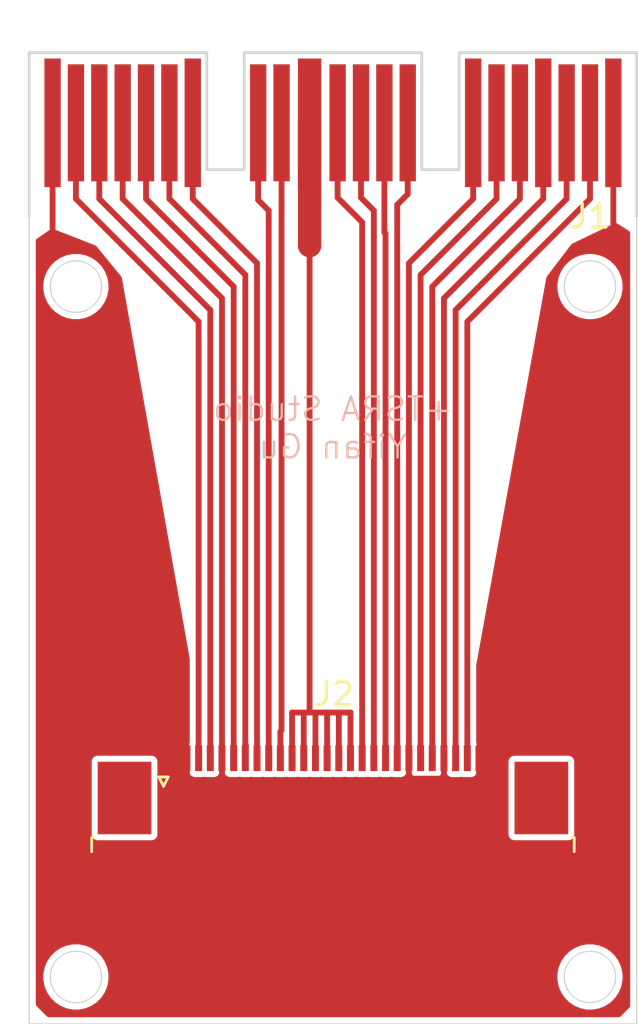
<source format=kicad_pcb>
(kicad_pcb (version 20171130) (host pcbnew "(5.1.9)-1")

  (general
    (thickness 1.6)
    (drawings 8)
    (tracks 115)
    (zones 0)
    (modules 2)
    (nets 18)
  )

  (page A4)
  (title_block
    (title "CFExpress - M.2 Adapter - CFExpress End")
    (date 2020-07-28)
    (rev 2)
  )

  (layers
    (0 F.Cu signal)
    (31 B.Cu signal)
    (32 B.Adhes user)
    (33 F.Adhes user)
    (34 B.Paste user)
    (35 F.Paste user)
    (36 B.SilkS user)
    (37 F.SilkS user)
    (38 B.Mask user)
    (39 F.Mask user)
    (40 Dwgs.User user)
    (41 Cmts.User user)
    (42 Eco1.User user)
    (43 Eco2.User user)
    (44 Edge.Cuts user)
    (45 Margin user)
    (46 B.CrtYd user)
    (47 F.CrtYd user)
    (48 B.Fab user)
    (49 F.Fab user)
  )

  (setup
    (last_trace_width 0.25)
    (user_trace_width 0.25)
    (user_trace_width 0.5)
    (user_trace_width 1)
    (trace_clearance 0.2)
    (zone_clearance 0.254)
    (zone_45_only no)
    (trace_min 0.2)
    (via_size 0.8)
    (via_drill 0.4)
    (via_min_size 0.45)
    (via_min_drill 0.254)
    (user_via 0.508 0.254)
    (user_via 0.8 0.4)
    (uvia_size 0.3)
    (uvia_drill 0.1)
    (uvias_allowed no)
    (uvia_min_size 0.2)
    (uvia_min_drill 0.1)
    (edge_width 0.05)
    (segment_width 0.2)
    (pcb_text_width 0.3)
    (pcb_text_size 1.5 1.5)
    (mod_edge_width 0.12)
    (mod_text_size 1 1)
    (mod_text_width 0.15)
    (pad_size 1.524 1.524)
    (pad_drill 0.762)
    (pad_to_mask_clearance 0.05)
    (aux_axis_origin 0 0)
    (visible_elements 7FFFFFFF)
    (pcbplotparams
      (layerselection 0x010fc_ffffffff)
      (usegerberextensions true)
      (usegerberattributes true)
      (usegerberadvancedattributes true)
      (creategerberjobfile false)
      (excludeedgelayer true)
      (linewidth 0.100000)
      (plotframeref false)
      (viasonmask false)
      (mode 1)
      (useauxorigin false)
      (hpglpennumber 1)
      (hpglpenspeed 20)
      (hpglpendiameter 15.000000)
      (psnegative false)
      (psa4output false)
      (plotreference true)
      (plotvalue true)
      (plotinvisibletext false)
      (padsonsilk false)
      (subtractmaskfromsilk false)
      (outputformat 1)
      (mirror false)
      (drillshape 0)
      (scaleselection 1)
      (outputdirectory "drill/"))
  )

  (net 0 "")
  (net 1 "Net-(J1-Pad19)")
  (net 2 "Net-(J1-Pad17)")
  (net 3 "Net-(J1-Pad16)")
  (net 4 "Net-(J1-Pad14)")
  (net 5 "Net-(J1-Pad13)")
  (net 6 "Net-(J1-Pad12)")
  (net 7 "Net-(J1-Pad11)")
  (net 8 "Net-(J1-Pad9)")
  (net 9 "Net-(J1-Pad8)")
  (net 10 "Net-(J1-Pad7)")
  (net 11 "Net-(J1-Pad6)")
  (net 12 "Net-(J1-Pad5)")
  (net 13 "Net-(J1-Pad3)")
  (net 14 "Net-(J1-Pad2)")
  (net 15 "Net-(J1-Pad20)")
  (net 16 GND)
  (net 17 +3V3)

  (net_class Default "This is the default net class."
    (clearance 0.2)
    (trace_width 0.25)
    (via_dia 0.8)
    (via_drill 0.4)
    (uvia_dia 0.3)
    (uvia_drill 0.1)
    (add_net +3V3)
    (add_net GND)
    (add_net "Net-(J1-Pad11)")
    (add_net "Net-(J1-Pad12)")
    (add_net "Net-(J1-Pad13)")
    (add_net "Net-(J1-Pad14)")
    (add_net "Net-(J1-Pad16)")
    (add_net "Net-(J1-Pad17)")
    (add_net "Net-(J1-Pad19)")
    (add_net "Net-(J1-Pad2)")
    (add_net "Net-(J1-Pad20)")
    (add_net "Net-(J1-Pad3)")
    (add_net "Net-(J1-Pad5)")
    (add_net "Net-(J1-Pad6)")
    (add_net "Net-(J1-Pad7)")
    (add_net "Net-(J1-Pad8)")
    (add_net "Net-(J1-Pad9)")
  )

  (module cfxnvme:CFExpress_Media (layer F.Cu) (tedit 5F247D15) (tstamp 5F1CC790)
    (at 49 48)
    (path /5F1D0AE9)
    (fp_text reference J1 (at 25 9) (layer F.SilkS)
      (effects (font (size 1 1) (thickness 0.15)))
    )
    (fp_text value CFExpress_Media (at 13.23 14.23) (layer F.Fab)
      (effects (font (size 1 1) (thickness 0.15)))
    )
    (fp_line (start 1 9) (end 1 2) (layer Edge.Cuts) (width 0.12))
    (fp_line (start 1 2) (end 8.6 2) (layer Edge.Cuts) (width 0.12))
    (fp_line (start 8.6 2) (end 8.6 7) (layer Edge.Cuts) (width 0.12))
    (fp_line (start 8.6 7) (end 10.2 7) (layer Edge.Cuts) (width 0.12))
    (fp_line (start 10.2 7) (end 10.2 2) (layer Edge.Cuts) (width 0.12))
    (fp_line (start 10.2 2) (end 17.8 2) (layer Edge.Cuts) (width 0.12))
    (fp_line (start 17.8 2) (end 17.8 7) (layer Edge.Cuts) (width 0.12))
    (fp_line (start 17.8 7) (end 19.4 7) (layer Edge.Cuts) (width 0.12))
    (fp_line (start 19.4 7) (end 19.4 2) (layer Edge.Cuts) (width 0.12))
    (fp_line (start 19.4 2) (end 27 2) (layer Edge.Cuts) (width 0.12))
    (fp_line (start 27 2) (end 27 9) (layer Edge.Cuts) (width 0.12))
    (pad 20 connect rect (at 25 5) (size 0.7 5) (layers F.Cu F.Mask)
      (net 15 "Net-(J1-Pad20)"))
    (pad 1 connect rect (at 2 5) (size 0.7 5.5) (layers F.Cu F.Mask)
      (net 16 GND))
    (pad 2 connect rect (at 3 5) (size 0.7 5) (layers F.Cu F.Mask)
      (net 14 "Net-(J1-Pad2)"))
    (pad 3 connect rect (at 4 5) (size 0.7 5) (layers F.Cu F.Mask)
      (net 13 "Net-(J1-Pad3)"))
    (pad 4 connect rect (at 5 5) (size 0.7 5) (layers F.Cu F.Mask)
      (net 16 GND))
    (pad 5 connect rect (at 6 5) (size 0.7 5) (layers F.Cu F.Mask)
      (net 12 "Net-(J1-Pad5)"))
    (pad 6 connect rect (at 7 5) (size 0.7 5) (layers F.Cu F.Mask)
      (net 11 "Net-(J1-Pad6)"))
    (pad 7 connect rect (at 8 5) (size 0.7 5.5) (layers F.Cu F.Mask)
      (net 10 "Net-(J1-Pad7)"))
    (pad 8 connect rect (at 10.8 5) (size 0.7 5) (layers F.Cu F.Mask)
      (net 9 "Net-(J1-Pad8)"))
    (pad 9 connect rect (at 11.8 5) (size 0.7 5) (layers F.Cu F.Mask)
      (net 8 "Net-(J1-Pad9)"))
    (pad 10 connect rect (at 13 5) (size 1 5.5) (layers F.Cu F.Mask)
      (net 17 +3V3))
    (pad 11 connect rect (at 14.2 5) (size 0.7 5) (layers F.Cu F.Mask)
      (net 7 "Net-(J1-Pad11)"))
    (pad 12 connect rect (at 15.2 5) (size 0.7 5) (layers F.Cu F.Mask)
      (net 6 "Net-(J1-Pad12)"))
    (pad 13 connect rect (at 16.2 5) (size 0.7 5) (layers F.Cu F.Mask)
      (net 5 "Net-(J1-Pad13)"))
    (pad 14 connect rect (at 17.2 5) (size 0.7 5) (layers F.Cu F.Mask)
      (net 4 "Net-(J1-Pad14)"))
    (pad 15 connect rect (at 20 5) (size 0.7 5.5) (layers F.Cu F.Mask)
      (net 16 GND))
    (pad 16 connect rect (at 21 5) (size 0.7 5) (layers F.Cu F.Mask)
      (net 3 "Net-(J1-Pad16)"))
    (pad 17 connect rect (at 22 5) (size 0.7 5) (layers F.Cu F.Mask)
      (net 2 "Net-(J1-Pad17)"))
    (pad 18 connect rect (at 23 5) (size 0.7 5.5) (layers F.Cu F.Mask)
      (net 16 GND))
    (pad 19 connect rect (at 24 5) (size 0.7 5) (layers F.Cu F.Mask)
      (net 1 "Net-(J1-Pad19)"))
    (pad 21 connect rect (at 26 5) (size 0.7 5.5) (layers F.Cu F.Mask)
      (net 16 GND))
  )

  (module Connector_FFC-FPC:TE_3-1734839-0_1x30-1MP_P0.5mm_Horizontal (layer F.Cu) (tedit 5DB5C65C) (tstamp 5F1CC7D1)
    (at 63 81.51)
    (descr "TE FPC connector, 30 top-side contacts, 0.5mm pitch, SMT, https://www.te.com/commerce/DocumentDelivery/DDEController?Action=showdoc&DocId=Customer+Drawing%7F1734839%7FC%7Fpdf%7FEnglish%7FENG_CD_1734839_C_C_1734839.pdf%7F4-1734839-0")
    (tags "te fpc 1734839")
    (path /5F21BE61)
    (attr smd)
    (fp_text reference J2 (at 0.0428 -4.0908) (layer F.SilkS)
      (effects (font (size 1 1) (thickness 0.15)))
    )
    (fp_text value Conn_01x30_Female (at 0 3.25) (layer Dwgs.User)
      (effects (font (size 0.5 0.5) (thickness 0.08)))
    )
    (fp_line (start -9.56 -0.65) (end 9.56 -0.65) (layer F.Fab) (width 0.1))
    (fp_line (start 9.56 -0.65) (end 9.56 2.15) (layer F.Fab) (width 0.1))
    (fp_line (start 9.56 2.15) (end 10.215 2.15) (layer F.Fab) (width 0.1))
    (fp_line (start 10.215 2.15) (end 10.215 3.75) (layer F.Fab) (width 0.1))
    (fp_line (start 10.215 3.75) (end -10.215 3.75) (layer F.Fab) (width 0.1))
    (fp_line (start -10.215 3.75) (end -10.215 2.15) (layer F.Fab) (width 0.1))
    (fp_line (start -10.215 2.15) (end -9.56 2.15) (layer F.Fab) (width 0.1))
    (fp_line (start -9.56 2.15) (end -9.56 -0.65) (layer F.Fab) (width 0.1))
    (fp_line (start -7.65 -0.65) (end -7.25 0.15) (layer F.Fab) (width 0.1))
    (fp_line (start -7.25 0.15) (end -6.85 -0.65) (layer F.Fab) (width 0.1))
    (fp_line (start -10.215 2.04) (end -10.325 2.04) (layer F.SilkS) (width 0.12))
    (fp_line (start -10.325 2.04) (end -10.325 2.64) (layer F.SilkS) (width 0.12))
    (fp_line (start 10.215 2.04) (end 10.325 2.04) (layer F.SilkS) (width 0.12))
    (fp_line (start 10.325 2.04) (end 10.325 2.64) (layer F.SilkS) (width 0.12))
    (fp_line (start -7.45 -0.55) (end -7.25 -0.15) (layer F.SilkS) (width 0.12))
    (fp_line (start -7.25 -0.15) (end -7.05 -0.55) (layer F.SilkS) (width 0.12))
    (fp_line (start -7.05 -0.55) (end -7.45 -0.55) (layer F.SilkS) (width 0.12))
    (fp_line (start 10.105 2.75) (end -10.105 2.75) (layer Dwgs.User) (width 0.1))
    (fp_line (start -10.72 -2.4) (end -10.72 4.25) (layer F.CrtYd) (width 0.05))
    (fp_line (start -10.72 4.25) (end 10.72 4.25) (layer F.CrtYd) (width 0.05))
    (fp_line (start 10.72 4.25) (end 10.72 -2.4) (layer F.CrtYd) (width 0.05))
    (fp_line (start 10.72 -2.4) (end -10.72 -2.4) (layer F.CrtYd) (width 0.05))
    (fp_text user %R (at 0 1.55) (layer F.Fab)
      (effects (font (size 1 1) (thickness 0.15)))
    )
    (pad MP smd rect (at 8.92 0.35) (size 2.3 3.1) (layers F.Cu F.Paste F.Mask))
    (pad MP smd rect (at -8.92 0.35) (size 2.3 3.1) (layers F.Cu F.Paste F.Mask))
    (pad 30 smd rect (at 7.25 -1.35) (size 0.3 1.1) (layers F.Cu F.Paste F.Mask)
      (net 16 GND))
    (pad 29 smd rect (at 6.75 -1.35) (size 0.3 1.1) (layers F.Cu F.Paste F.Mask)
      (net 16 GND))
    (pad 28 smd rect (at 6.25 -1.35) (size 0.3 1.1) (layers F.Cu F.Paste F.Mask)
      (net 16 GND))
    (pad 27 smd rect (at 5.75 -1.35) (size 0.3 1.1) (layers F.Cu F.Paste F.Mask)
      (net 15 "Net-(J1-Pad20)"))
    (pad 26 smd rect (at 5.25 -1.35) (size 0.3 1.1) (layers F.Cu F.Paste F.Mask)
      (net 1 "Net-(J1-Pad19)"))
    (pad 25 smd rect (at 4.75 -1.35) (size 0.3 1.1) (layers F.Cu F.Paste F.Mask)
      (net 16 GND))
    (pad 24 smd rect (at 4.25 -1.35) (size 0.3 1.1) (layers F.Cu F.Paste F.Mask)
      (net 2 "Net-(J1-Pad17)"))
    (pad 23 smd rect (at 3.75 -1.35) (size 0.3 1.1) (layers F.Cu F.Paste F.Mask)
      (net 3 "Net-(J1-Pad16)"))
    (pad 22 smd rect (at 3.25 -1.35) (size 0.3 1.1) (layers F.Cu F.Paste F.Mask)
      (net 16 GND))
    (pad 21 smd rect (at 2.75 -1.35) (size 0.3 1.1) (layers F.Cu F.Paste F.Mask)
      (net 4 "Net-(J1-Pad14)"))
    (pad 20 smd rect (at 2.25 -1.35) (size 0.3 1.1) (layers F.Cu F.Paste F.Mask)
      (net 5 "Net-(J1-Pad13)"))
    (pad 19 smd rect (at 1.75 -1.35) (size 0.3 1.1) (layers F.Cu F.Paste F.Mask)
      (net 6 "Net-(J1-Pad12)"))
    (pad 18 smd rect (at 1.25 -1.35) (size 0.3 1.1) (layers F.Cu F.Paste F.Mask)
      (net 7 "Net-(J1-Pad11)"))
    (pad 17 smd rect (at 0.75 -1.35) (size 0.3 1.1) (layers F.Cu F.Paste F.Mask)
      (net 17 +3V3))
    (pad 16 smd rect (at 0.25 -1.35) (size 0.3 1.1) (layers F.Cu F.Paste F.Mask)
      (net 17 +3V3))
    (pad 15 smd rect (at -0.25 -1.35) (size 0.3 1.1) (layers F.Cu F.Paste F.Mask)
      (net 17 +3V3))
    (pad 14 smd rect (at -0.75 -1.35) (size 0.3 1.1) (layers F.Cu F.Paste F.Mask)
      (net 17 +3V3))
    (pad 13 smd rect (at -1.25 -1.35) (size 0.3 1.1) (layers F.Cu F.Paste F.Mask)
      (net 17 +3V3))
    (pad 12 smd rect (at -1.75 -1.35) (size 0.3 1.1) (layers F.Cu F.Paste F.Mask)
      (net 17 +3V3))
    (pad 11 smd rect (at -2.25 -1.35) (size 0.3 1.1) (layers F.Cu F.Paste F.Mask)
      (net 8 "Net-(J1-Pad9)"))
    (pad 10 smd rect (at -2.75 -1.35) (size 0.3 1.1) (layers F.Cu F.Paste F.Mask)
      (net 9 "Net-(J1-Pad8)"))
    (pad 9 smd rect (at -3.25 -1.35) (size 0.3 1.1) (layers F.Cu F.Paste F.Mask)
      (net 10 "Net-(J1-Pad7)"))
    (pad 8 smd rect (at -3.75 -1.35) (size 0.3 1.1) (layers F.Cu F.Paste F.Mask)
      (net 11 "Net-(J1-Pad6)"))
    (pad 7 smd rect (at -4.25 -1.35) (size 0.3 1.1) (layers F.Cu F.Paste F.Mask)
      (net 12 "Net-(J1-Pad5)"))
    (pad 6 smd rect (at -4.75 -1.35) (size 0.3 1.1) (layers F.Cu F.Paste F.Mask)
      (net 16 GND))
    (pad 5 smd rect (at -5.25 -1.35) (size 0.3 1.1) (layers F.Cu F.Paste F.Mask)
      (net 13 "Net-(J1-Pad3)"))
    (pad 4 smd rect (at -5.75 -1.35) (size 0.3 1.1) (layers F.Cu F.Paste F.Mask)
      (net 14 "Net-(J1-Pad2)"))
    (pad 3 smd rect (at -6.25 -1.35) (size 0.3 1.1) (layers F.Cu F.Paste F.Mask)
      (net 16 GND))
    (pad 2 smd rect (at -6.75 -1.35) (size 0.3 1.1) (layers F.Cu F.Paste F.Mask)
      (net 16 GND))
    (pad 1 smd rect (at -7.25 -1.35) (size 0.3 1.1) (layers F.Cu F.Paste F.Mask)
      (net 16 GND))
    (model ${KISYS3DMOD}/Connector_FFC-FPC.3dshapes/TE_3-1734839-0_1x30-1MP_P0.5mm_Horizontal.wrl
      (at (xyz 0 0 0))
      (scale (xyz 1 1 1))
      (rotate (xyz 0 0 0))
    )
  )

  (gr_line (start 76 91.51) (end 50 91.51) (layer Edge.Cuts) (width 0.05) (tstamp 5FFA0CA0))
  (gr_line (start 50 91.51) (end 50 57) (layer Edge.Cuts) (width 0.05))
  (gr_line (start 76 91.51) (end 76 57) (layer Edge.Cuts) (width 0.05))
  (gr_circle (center 52 60) (end 53.1 60) (layer Edge.Cuts) (width 0.05))
  (gr_circle (center 74 89.51) (end 75.1 89.51) (layer Edge.Cuts) (width 0.05))
  (gr_circle (center 52 89.51) (end 53.1 89.51) (layer Edge.Cuts) (width 0.05))
  (gr_text "+TSRA Studio\nYifan Gu" (at 63 66.04) (layer B.SilkS)
    (effects (font (size 1 1) (thickness 0.1)) (justify mirror))
  )
  (gr_circle (center 74 60) (end 75.1 60) (layer Edge.Cuts) (width 0.05))

  (segment (start 73 56.25) (end 68.25 61) (width 0.25) (layer F.Cu) (net 1))
  (segment (start 73 53) (end 73 56.25) (width 0.25) (layer F.Cu) (net 1))
  (segment (start 68.25 61) (end 68.25 80.16) (width 0.25) (layer F.Cu) (net 1))
  (segment (start 67.25 79.95) (end 67.25 80.16) (width 0.25) (layer F.Cu) (net 2))
  (segment (start 71 56.25) (end 67.25 60) (width 0.25) (layer F.Cu) (net 2))
  (segment (start 71 53) (end 71 56.25) (width 0.25) (layer F.Cu) (net 2))
  (segment (start 67.25 80.16) (end 67.25 60) (width 0.25) (layer F.Cu) (net 2))
  (segment (start 70 53) (end 70 56.25) (width 0.25) (layer F.Cu) (net 3) (status 400000))
  (segment (start 70 56.25) (end 66.75 59.5) (width 0.25) (layer F.Cu) (net 3) (tstamp 5F1CCE90))
  (segment (start 66.75 79.3635) (end 66.75 80.16) (width 0.25) (layer F.Cu) (net 3))
  (segment (start 66.75 59.5) (end 66.75 79.3635) (width 0.25) (layer F.Cu) (net 3))
  (segment (start 65.75 79.72) (end 65.75 80.16) (width 0.25) (layer F.Cu) (net 4))
  (segment (start 66.2 56.05) (end 65.75 56.5) (width 0.25) (layer F.Cu) (net 4))
  (segment (start 66.2 53) (end 66.2 56.05) (width 0.25) (layer F.Cu) (net 4))
  (segment (start 65.75 80.16) (end 65.75 56.5) (width 0.25) (layer F.Cu) (net 4))
  (segment (start 65.25 79.53) (end 65.25 80.16) (width 0.25) (layer F.Cu) (net 5))
  (segment (start 65.25 57.73209) (end 65.25 80.16) (width 0.25) (layer F.Cu) (net 5))
  (segment (start 65.2 57.68209) (end 65.25 57.73209) (width 0.25) (layer F.Cu) (net 5))
  (segment (start 65.2 53) (end 65.2 57.68209) (width 0.25) (layer F.Cu) (net 5))
  (segment (start 64.2 56.2) (end 64.2 53) (width 0.25) (layer F.Cu) (net 6))
  (segment (start 64.75 56.75) (end 64.2 56.2) (width 0.25) (layer F.Cu) (net 6))
  (segment (start 64.75 57.8685) (end 64.75 80.16) (width 0.25) (layer F.Cu) (net 6))
  (segment (start 64.75 56.75) (end 64.75 57.8685) (width 0.25) (layer F.Cu) (net 6))
  (segment (start 63.2 56.2) (end 64.25 57.25) (width 0.25) (layer F.Cu) (net 7))
  (segment (start 64.25 79.195) (end 64.25 80.16) (width 0.25) (layer F.Cu) (net 7))
  (segment (start 63.2 53) (end 63.2 56.2) (width 0.25) (layer F.Cu) (net 7))
  (segment (start 64.25 57.25) (end 64.25 79.195) (width 0.25) (layer F.Cu) (net 7))
  (segment (start 60.75 79.8) (end 60.75 80.16) (width 0.25) (layer F.Cu) (net 8))
  (segment (start 60.75 79.011) (end 60.75 80.16) (width 0.25) (layer F.Cu) (net 8))
  (segment (start 60.8 78.961) (end 60.75 79.011) (width 0.25) (layer F.Cu) (net 8))
  (segment (start 60.8 56.548) (end 60.8 78.961) (width 0.25) (layer F.Cu) (net 8))
  (segment (start 60.8 53) (end 60.8 56.548) (width 0.25) (layer F.Cu) (net 8))
  (segment (start 60.8 56.548) (end 60.8 56.7) (width 0.25) (layer F.Cu) (net 8))
  (segment (start 60.25 79.195) (end 60.25 80.16) (width 0.25) (layer F.Cu) (net 9))
  (segment (start 59.8 56.3) (end 60.25 56.75) (width 0.25) (layer F.Cu) (net 9))
  (segment (start 59.8 53) (end 59.8 56.3) (width 0.25) (layer F.Cu) (net 9))
  (segment (start 60.25 78.7285) (end 60.25 80.16) (width 0.25) (layer F.Cu) (net 9))
  (segment (start 60.25 56.75) (end 60.25 78.7285) (width 0.25) (layer F.Cu) (net 9))
  (segment (start 57 53) (end 57 56.25) (width 0.25) (layer F.Cu) (net 10) (status 400000))
  (segment (start 57 56.25) (end 59.75 59) (width 0.25) (layer F.Cu) (net 10) (tstamp 5F1CCE4C))
  (segment (start 59.75 59.376) (end 59.75 80.16) (width 0.25) (layer F.Cu) (net 10))
  (segment (start 59.75 59) (end 59.75 59.376) (width 0.25) (layer F.Cu) (net 10))
  (segment (start 59.25 79.57) (end 59.274999 79.594999) (width 0.25) (layer F.Cu) (net 11))
  (segment (start 56 56.25) (end 59.25 59.5) (width 0.25) (layer F.Cu) (net 11))
  (segment (start 56 53) (end 56 56.25) (width 0.25) (layer F.Cu) (net 11))
  (segment (start 59.25 59.5) (end 59.25 80.16) (width 0.25) (layer F.Cu) (net 11))
  (segment (start 55 53) (end 55 56.25) (width 0.25) (layer F.Cu) (net 12) (status 400000))
  (segment (start 55 56.25) (end 58.75 60) (width 0.25) (layer F.Cu) (net 12) (tstamp 5F1CCE58))
  (segment (start 58.75 79.68) (end 58.725001 79.704999) (width 0.25) (layer F.Cu) (net 12))
  (segment (start 58.75 72.695) (end 58.75 80.16) (width 0.25) (layer F.Cu) (net 12))
  (segment (start 58.75 60) (end 58.75 72.695) (width 0.25) (layer F.Cu) (net 12))
  (segment (start 53 56.25) (end 57.75 61) (width 0.25) (layer F.Cu) (net 13))
  (segment (start 53 53) (end 53 56.25) (width 0.25) (layer F.Cu) (net 13))
  (segment (start 57.75 61.6935) (end 57.75 80.16) (width 0.25) (layer F.Cu) (net 13))
  (segment (start 57.75 61) (end 57.75 61.6935) (width 0.25) (layer F.Cu) (net 13))
  (segment (start 52 53) (end 52 56.25) (width 0.25) (layer F.Cu) (net 14) (status 400000))
  (segment (start 52 56.25) (end 57.25 61.5) (width 0.25) (layer F.Cu) (net 14) (tstamp 5F1CCE67))
  (segment (start 57.25 79.91) (end 57.225001 79.934999) (width 0.25) (layer F.Cu) (net 14))
  (segment (start 57.25 79.195) (end 57.25 80.16) (width 0.25) (layer F.Cu) (net 14))
  (segment (start 57.25 61.5) (end 57.25 79.195) (width 0.25) (layer F.Cu) (net 14))
  (segment (start 74 56.25) (end 74 53) (width 0.25) (layer F.Cu) (net 15))
  (segment (start 68.75 61.5) (end 74 56.25) (width 0.25) (layer F.Cu) (net 15))
  (segment (start 68.75 79.037) (end 68.75 80.16) (width 0.25) (layer F.Cu) (net 15))
  (segment (start 68.75 61.5) (end 68.75 79.037) (width 0.25) (layer F.Cu) (net 15))
  (segment (start 69 53) (end 69 56.25) (width 0.25) (layer F.Cu) (net 16) (status 400000))
  (segment (start 69 56.25) (end 66.25 59) (width 0.25) (layer F.Cu) (net 16) (tstamp 5F1CCE87))
  (segment (start 66.25 80.945002) (end 66.814998 81.51) (width 0.25) (layer F.Cu) (net 16))
  (segment (start 66.25 80.16) (end 66.25 80.945002) (width 0.25) (layer F.Cu) (net 16))
  (segment (start 67.75 80.945002) (end 67.75 80.16) (width 0.25) (layer F.Cu) (net 16))
  (segment (start 67.185002 81.51) (end 67.75 80.945002) (width 0.25) (layer F.Cu) (net 16))
  (segment (start 66.814998 81.51) (end 67.185002 81.51) (width 0.25) (layer F.Cu) (net 16))
  (segment (start 69.25 80.945002) (end 69.25 80.16) (width 0.25) (layer F.Cu) (net 16))
  (segment (start 68.685002 81.51) (end 69.25 80.945002) (width 0.25) (layer F.Cu) (net 16))
  (segment (start 58.25 80.16) (end 58.25 81.26) (width 0.25) (layer F.Cu) (net 16))
  (segment (start 58.25 81.26) (end 58 81.51) (width 0.25) (layer F.Cu) (net 16))
  (segment (start 56.75 80.16) (end 56.75 81.26) (width 0.25) (layer F.Cu) (net 16))
  (segment (start 56.75 81.26) (end 57 81.51) (width 0.25) (layer F.Cu) (net 16))
  (segment (start 57 81.51) (end 58 81.51) (width 0.25) (layer F.Cu) (net 16))
  (segment (start 67.185002 81.51) (end 68.685002 81.51) (width 0.25) (layer F.Cu) (net 16))
  (segment (start 67.660001 81.035001) (end 67.725001 80.970001) (width 0.25) (layer F.Cu) (net 16))
  (segment (start 66.339999 81.035001) (end 67.660001 81.035001) (width 0.25) (layer F.Cu) (net 16))
  (segment (start 66.25 80.945002) (end 66.339999 81.035001) (width 0.25) (layer F.Cu) (net 16))
  (segment (start 72 56.25) (end 67.75 60.5) (width 0.25) (layer F.Cu) (net 16))
  (segment (start 72 53) (end 72 56.25) (width 0.25) (layer F.Cu) (net 16))
  (segment (start 58.25 78.57) (end 58.25 80.16) (width 0.25) (layer F.Cu) (net 16))
  (segment (start 58.25 60.5) (end 58.25 78.57) (width 0.25) (layer F.Cu) (net 16))
  (segment (start 54 56.25) (end 58.25 60.5) (width 0.25) (layer F.Cu) (net 16))
  (segment (start 54 53) (end 54 56.25) (width 0.25) (layer F.Cu) (net 16))
  (segment (start 66.25 75.482) (end 66.25 80.16) (width 0.25) (layer F.Cu) (net 16))
  (segment (start 66.25 59) (end 66.25 75.482) (width 0.25) (layer F.Cu) (net 16))
  (segment (start 67.75 78.418) (end 67.75 80.16) (width 0.25) (layer F.Cu) (net 16))
  (segment (start 67.75 60.5) (end 67.75 78.418) (width 0.25) (layer F.Cu) (net 16))
  (segment (start 51 53) (end 51 57.9025) (width 0.25) (layer F.Cu) (net 16))
  (segment (start 75 53) (end 75 57.715) (width 0.25) (layer F.Cu) (net 16))
  (segment (start 62 53) (end 62 55) (width 1) (layer F.Cu) (net 17))
  (segment (start 62 53) (end 62 58.25) (width 1) (layer F.Cu) (net 17))
  (segment (start 62 58.25) (end 62 78.208) (width 0.25) (layer F.Cu) (net 17))
  (segment (start 63.75 78.2106) (end 63.75 80.16) (width 0.25) (layer F.Cu) (net 17))
  (segment (start 63.7526 78.208) (end 63.75 78.2106) (width 0.25) (layer F.Cu) (net 17))
  (segment (start 61.25 80.16) (end 61.25 78.20661) (width 0.25) (layer F.Cu) (net 17))
  (segment (start 61.25 78.20661) (end 61.25139 78.208) (width 0.25) (layer F.Cu) (net 17))
  (segment (start 61.75 78.2092) (end 61.7488 78.208) (width 0.25) (layer F.Cu) (net 17))
  (segment (start 61.75 80.16) (end 61.75 78.2092) (width 0.25) (layer F.Cu) (net 17))
  (segment (start 61.7488 78.208) (end 62 78.208) (width 0.25) (layer F.Cu) (net 17))
  (segment (start 61.25139 78.208) (end 61.7488 78.208) (width 0.25) (layer F.Cu) (net 17))
  (segment (start 62.25 78.212) (end 62.254 78.208) (width 0.25) (layer F.Cu) (net 17))
  (segment (start 62.25 80.16) (end 62.25 78.212) (width 0.25) (layer F.Cu) (net 17))
  (segment (start 62 78.208) (end 62.254 78.208) (width 0.25) (layer F.Cu) (net 17))
  (segment (start 62.75 78.22) (end 62.762 78.208) (width 0.25) (layer F.Cu) (net 17))
  (segment (start 62.75 80.16) (end 62.75 78.22) (width 0.25) (layer F.Cu) (net 17))
  (segment (start 62.254 78.208) (end 62.762 78.208) (width 0.25) (layer F.Cu) (net 17))
  (segment (start 63.25 78.228) (end 63.27 78.208) (width 0.25) (layer F.Cu) (net 17))
  (segment (start 63.27 78.208) (end 63.7526 78.208) (width 0.25) (layer F.Cu) (net 17))
  (segment (start 63.25 80.16) (end 63.25 78.228) (width 0.25) (layer F.Cu) (net 17))
  (segment (start 62.762 78.208) (end 63.27 78.208) (width 0.25) (layer F.Cu) (net 17))

  (zone (net 16) (net_name GND) (layer F.Cu) (tstamp 5F25082E) (hatch edge 0.508)
    (connect_pads yes (clearance 0.254))
    (min_thickness 0.254)
    (fill yes (arc_segments 32) (thermal_gap 1) (thermal_bridge_width 1) (smoothing chamfer) (radius 1))
    (polygon
      (pts
        (xy 76 91.51) (xy 50 91.44) (xy 50.038 57.15) (xy 53.7845 58.6105) (xy 57.15 77.47)
        (xy 57.2 79.31) (xy 68.8 79.31) (xy 68.8 78.01) (xy 72.313 58.6105) (xy 76.0095 56.8325)
      )
    )
    (filled_polygon
      (pts
        (xy 75.594001 57.721406) (xy 75.594 90.735731) (xy 75.224637 91.104) (xy 50.841854 91.104) (xy 50.406 90.666487)
        (xy 50.406 89.360426) (xy 50.481348 89.360426) (xy 50.481348 89.659574) (xy 50.539709 89.952974) (xy 50.654188 90.229351)
        (xy 50.820386 90.478084) (xy 51.031916 90.689614) (xy 51.280649 90.855812) (xy 51.557026 90.970291) (xy 51.850426 91.028652)
        (xy 52.149574 91.028652) (xy 52.442974 90.970291) (xy 52.719351 90.855812) (xy 52.968084 90.689614) (xy 53.179614 90.478084)
        (xy 53.345812 90.229351) (xy 53.460291 89.952974) (xy 53.518652 89.659574) (xy 53.518652 89.360426) (xy 72.481348 89.360426)
        (xy 72.481348 89.659574) (xy 72.539709 89.952974) (xy 72.654188 90.229351) (xy 72.820386 90.478084) (xy 73.031916 90.689614)
        (xy 73.280649 90.855812) (xy 73.557026 90.970291) (xy 73.850426 91.028652) (xy 74.149574 91.028652) (xy 74.442974 90.970291)
        (xy 74.719351 90.855812) (xy 74.968084 90.689614) (xy 75.179614 90.478084) (xy 75.345812 90.229351) (xy 75.460291 89.952974)
        (xy 75.518652 89.659574) (xy 75.518652 89.360426) (xy 75.460291 89.067026) (xy 75.345812 88.790649) (xy 75.179614 88.541916)
        (xy 74.968084 88.330386) (xy 74.719351 88.164188) (xy 74.442974 88.049709) (xy 74.149574 87.991348) (xy 73.850426 87.991348)
        (xy 73.557026 88.049709) (xy 73.280649 88.164188) (xy 73.031916 88.330386) (xy 72.820386 88.541916) (xy 72.654188 88.790649)
        (xy 72.539709 89.067026) (xy 72.481348 89.360426) (xy 53.518652 89.360426) (xy 53.460291 89.067026) (xy 53.345812 88.790649)
        (xy 53.179614 88.541916) (xy 52.968084 88.330386) (xy 52.719351 88.164188) (xy 52.442974 88.049709) (xy 52.149574 87.991348)
        (xy 51.850426 87.991348) (xy 51.557026 88.049709) (xy 51.280649 88.164188) (xy 51.031916 88.330386) (xy 50.820386 88.541916)
        (xy 50.654188 88.790649) (xy 50.539709 89.067026) (xy 50.481348 89.360426) (xy 50.406 89.360426) (xy 50.406 80.31)
        (xy 52.547157 80.31) (xy 52.547157 83.41) (xy 52.554513 83.484689) (xy 52.576299 83.556508) (xy 52.611678 83.622696)
        (xy 52.659289 83.680711) (xy 52.717304 83.728322) (xy 52.783492 83.763701) (xy 52.855311 83.785487) (xy 52.93 83.792843)
        (xy 55.23 83.792843) (xy 55.304689 83.785487) (xy 55.376508 83.763701) (xy 55.442696 83.728322) (xy 55.500711 83.680711)
        (xy 55.548322 83.622696) (xy 55.583701 83.556508) (xy 55.605487 83.484689) (xy 55.612843 83.41) (xy 55.612843 80.31)
        (xy 55.605487 80.235311) (xy 55.583701 80.163492) (xy 55.548322 80.097304) (xy 55.500711 80.039289) (xy 55.442696 79.991678)
        (xy 55.376508 79.956299) (xy 55.304689 79.934513) (xy 55.23 79.927157) (xy 52.93 79.927157) (xy 52.855311 79.934513)
        (xy 52.783492 79.956299) (xy 52.717304 79.991678) (xy 52.659289 80.039289) (xy 52.611678 80.097304) (xy 52.576299 80.163492)
        (xy 52.554513 80.235311) (xy 52.547157 80.31) (xy 50.406 80.31) (xy 50.406 59.850426) (xy 50.481348 59.850426)
        (xy 50.481348 60.149574) (xy 50.539709 60.442974) (xy 50.654188 60.719351) (xy 50.820386 60.968084) (xy 51.031916 61.179614)
        (xy 51.280649 61.345812) (xy 51.557026 61.460291) (xy 51.850426 61.518652) (xy 52.149574 61.518652) (xy 52.442974 61.460291)
        (xy 52.719351 61.345812) (xy 52.968084 61.179614) (xy 53.179614 60.968084) (xy 53.345812 60.719351) (xy 53.460291 60.442974)
        (xy 53.518652 60.149574) (xy 53.518652 59.850426) (xy 53.460291 59.557026) (xy 53.345812 59.280649) (xy 53.179614 59.031916)
        (xy 52.968084 58.820386) (xy 52.719351 58.654188) (xy 52.442974 58.539709) (xy 52.149574 58.481348) (xy 51.850426 58.481348)
        (xy 51.557026 58.539709) (xy 51.280649 58.654188) (xy 51.031916 58.820386) (xy 50.820386 59.031916) (xy 50.654188 59.280649)
        (xy 50.539709 59.557026) (xy 50.481348 59.850426) (xy 50.406 59.850426) (xy 50.406 58.051796) (xy 50.98599 57.655864)
        (xy 52.775741 58.353564) (xy 53.840982 59.649933) (xy 56.744001 75.917796) (xy 56.744001 79.170137) (xy 56.744 79.170147)
        (xy 56.744 79.47107) (xy 56.724513 79.535311) (xy 56.717157 79.61) (xy 56.717157 79.928876) (xy 56.716554 79.934999)
        (xy 56.717157 79.941122) (xy 56.717157 80.71) (xy 56.724513 80.784689) (xy 56.746299 80.856508) (xy 56.781678 80.922696)
        (xy 56.829289 80.980711) (xy 56.887304 81.028322) (xy 56.953492 81.063701) (xy 57.025311 81.085487) (xy 57.1 81.092843)
        (xy 57.4 81.092843) (xy 57.474689 81.085487) (xy 57.5 81.077809) (xy 57.525311 81.085487) (xy 57.6 81.092843)
        (xy 57.9 81.092843) (xy 57.974689 81.085487) (xy 58.046508 81.063701) (xy 58.112696 81.028322) (xy 58.170711 80.980711)
        (xy 58.218322 80.922696) (xy 58.25 80.863432) (xy 58.281678 80.922696) (xy 58.329289 80.980711) (xy 58.387304 81.028322)
        (xy 58.453492 81.063701) (xy 58.525311 81.085487) (xy 58.6 81.092843) (xy 58.9 81.092843) (xy 58.974689 81.085487)
        (xy 59 81.077809) (xy 59.025311 81.085487) (xy 59.1 81.092843) (xy 59.4 81.092843) (xy 59.474689 81.085487)
        (xy 59.5 81.077809) (xy 59.525311 81.085487) (xy 59.6 81.092843) (xy 59.9 81.092843) (xy 59.974689 81.085487)
        (xy 60 81.077809) (xy 60.025311 81.085487) (xy 60.1 81.092843) (xy 60.4 81.092843) (xy 60.474689 81.085487)
        (xy 60.5 81.077809) (xy 60.525311 81.085487) (xy 60.6 81.092843) (xy 60.9 81.092843) (xy 60.974689 81.085487)
        (xy 61 81.077809) (xy 61.025311 81.085487) (xy 61.1 81.092843) (xy 61.4 81.092843) (xy 61.474689 81.085487)
        (xy 61.5 81.077809) (xy 61.525311 81.085487) (xy 61.6 81.092843) (xy 61.9 81.092843) (xy 61.974689 81.085487)
        (xy 62 81.077809) (xy 62.025311 81.085487) (xy 62.1 81.092843) (xy 62.4 81.092843) (xy 62.474689 81.085487)
        (xy 62.5 81.077809) (xy 62.525311 81.085487) (xy 62.6 81.092843) (xy 62.9 81.092843) (xy 62.974689 81.085487)
        (xy 63 81.077809) (xy 63.025311 81.085487) (xy 63.1 81.092843) (xy 63.4 81.092843) (xy 63.474689 81.085487)
        (xy 63.5 81.077809) (xy 63.525311 81.085487) (xy 63.6 81.092843) (xy 63.9 81.092843) (xy 63.974689 81.085487)
        (xy 64 81.077809) (xy 64.025311 81.085487) (xy 64.1 81.092843) (xy 64.4 81.092843) (xy 64.474689 81.085487)
        (xy 64.5 81.077809) (xy 64.525311 81.085487) (xy 64.6 81.092843) (xy 64.9 81.092843) (xy 64.974689 81.085487)
        (xy 65 81.077809) (xy 65.025311 81.085487) (xy 65.1 81.092843) (xy 65.4 81.092843) (xy 65.474689 81.085487)
        (xy 65.5 81.077809) (xy 65.525311 81.085487) (xy 65.6 81.092843) (xy 65.9 81.092843) (xy 65.974689 81.085487)
        (xy 66.046508 81.063701) (xy 66.112696 81.028322) (xy 66.170711 80.980711) (xy 66.218322 80.922696) (xy 66.25 80.863432)
        (xy 66.281678 80.922696) (xy 66.329289 80.980711) (xy 66.387304 81.028322) (xy 66.453492 81.063701) (xy 66.525311 81.085487)
        (xy 66.6 81.092843) (xy 66.9 81.092843) (xy 66.974689 81.085487) (xy 67 81.077809) (xy 67.025311 81.085487)
        (xy 67.1 81.092843) (xy 67.4 81.092843) (xy 67.474689 81.085487) (xy 67.546508 81.063701) (xy 67.612696 81.028322)
        (xy 67.670711 80.980711) (xy 67.718322 80.922696) (xy 67.75 80.863432) (xy 67.781678 80.922696) (xy 67.829289 80.980711)
        (xy 67.887304 81.028322) (xy 67.953492 81.063701) (xy 68.025311 81.085487) (xy 68.1 81.092843) (xy 68.4 81.092843)
        (xy 68.474689 81.085487) (xy 68.5 81.077809) (xy 68.525311 81.085487) (xy 68.6 81.092843) (xy 68.9 81.092843)
        (xy 68.974689 81.085487) (xy 69.046508 81.063701) (xy 69.112696 81.028322) (xy 69.170711 80.980711) (xy 69.218322 80.922696)
        (xy 69.253701 80.856508) (xy 69.275487 80.784689) (xy 69.282843 80.71) (xy 69.282843 80.31) (xy 70.387157 80.31)
        (xy 70.387157 83.41) (xy 70.394513 83.484689) (xy 70.416299 83.556508) (xy 70.451678 83.622696) (xy 70.499289 83.680711)
        (xy 70.557304 83.728322) (xy 70.623492 83.763701) (xy 70.695311 83.785487) (xy 70.77 83.792843) (xy 73.07 83.792843)
        (xy 73.144689 83.785487) (xy 73.216508 83.763701) (xy 73.282696 83.728322) (xy 73.340711 83.680711) (xy 73.388322 83.622696)
        (xy 73.423701 83.556508) (xy 73.445487 83.484689) (xy 73.452843 83.41) (xy 73.452843 80.31) (xy 73.445487 80.235311)
        (xy 73.423701 80.163492) (xy 73.388322 80.097304) (xy 73.340711 80.039289) (xy 73.282696 79.991678) (xy 73.216508 79.956299)
        (xy 73.144689 79.934513) (xy 73.07 79.927157) (xy 70.77 79.927157) (xy 70.695311 79.934513) (xy 70.623492 79.956299)
        (xy 70.557304 79.991678) (xy 70.499289 80.039289) (xy 70.451678 80.097304) (xy 70.416299 80.163492) (xy 70.394513 80.235311)
        (xy 70.387157 80.31) (xy 69.282843 80.31) (xy 69.282843 79.61) (xy 69.275487 79.535311) (xy 69.256 79.471071)
        (xy 69.256 76.204607) (xy 72.217531 59.850426) (xy 72.481348 59.850426) (xy 72.481348 60.149574) (xy 72.539709 60.442974)
        (xy 72.654188 60.719351) (xy 72.820386 60.968084) (xy 73.031916 61.179614) (xy 73.280649 61.345812) (xy 73.557026 61.460291)
        (xy 73.850426 61.518652) (xy 74.149574 61.518652) (xy 74.442974 61.460291) (xy 74.719351 61.345812) (xy 74.968084 61.179614)
        (xy 75.179614 60.968084) (xy 75.345812 60.719351) (xy 75.460291 60.442974) (xy 75.518652 60.149574) (xy 75.518652 59.850426)
        (xy 75.460291 59.557026) (xy 75.345812 59.280649) (xy 75.179614 59.031916) (xy 74.968084 58.820386) (xy 74.719351 58.654188)
        (xy 74.442974 58.539709) (xy 74.149574 58.481348) (xy 73.850426 58.481348) (xy 73.557026 58.539709) (xy 73.280649 58.654188)
        (xy 73.031916 58.820386) (xy 72.820386 59.031916) (xy 72.654188 59.280649) (xy 72.539709 59.557026) (xy 72.481348 59.850426)
        (xy 72.217531 59.850426) (xy 72.254341 59.647156) (xy 73.296725 58.27826) (xy 75.10013 57.41083)
      )
    )
  )
)

</source>
